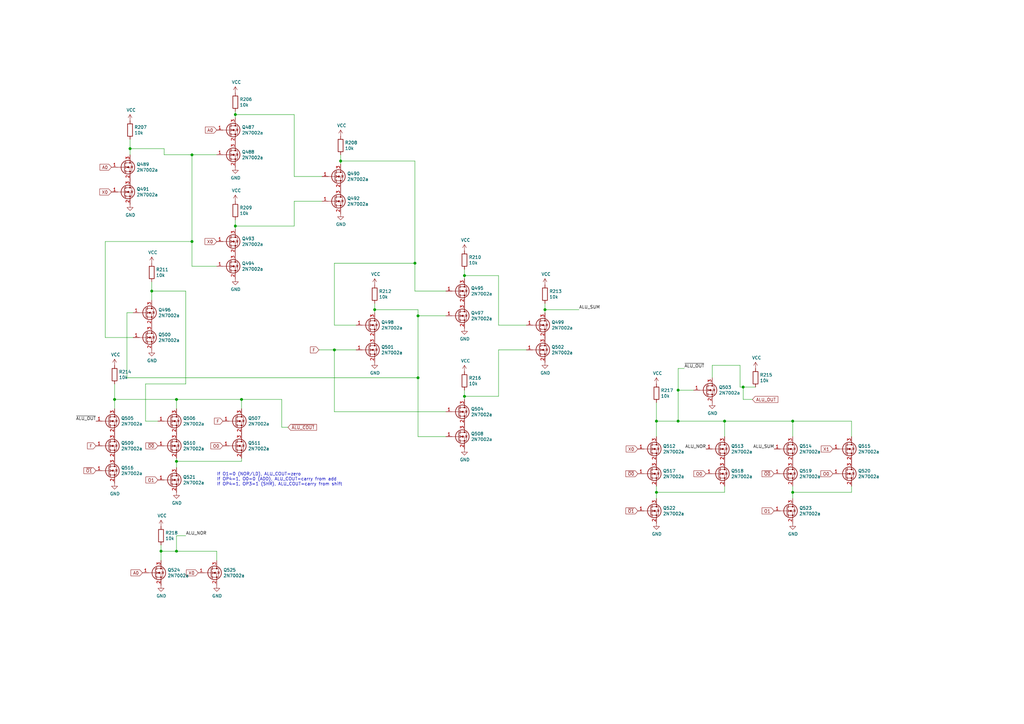
<source format=kicad_sch>
(kicad_sch (version 20210126) (generator eeschema)
  (paper "A3")
  (title_block (title "Q2 ALU") (date "2021-02-05") (rev "1") (company "joewing.net"))
  (lib_symbols
    (symbol "Device:R" (pin_numbers hide) (pin_names (offset 0))
      (property "Reference" "R" (at 2.032 0 90))
      (property "Value" "R" (at 0 0 90))
      (symbol "R_0_1"
        (rectangle (start -1.016 -2.54) (end 1.016 2.54) (stroke (width 0.254)))
      )
      (symbol "R_1_1"
        (pin passive line (at 0 3.81 270) (length 1.27) (name "~") (number "1"))
        (pin passive line (at 0 -3.81 90) (length 1.27) (name "~") (number "2"))
      )
    )
    (symbol "Transistor_FET:2N7002" (pin_names hide)
      (property "Reference" "Q" (at 5.08 1.905 0))
      (property "Value" "2N7002" (at 5.08 0 0))
      (symbol "2N7002_0_1"
        (circle (center 1.651 0) (radius 2.794) (stroke (width 0.254)))
        (circle (center 2.54 -1.778) (radius 0.254) (fill (type outline)))
        (circle (center 2.54 1.778) (radius 0.254) (fill (type outline)))
        (polyline (pts (xy 0.254 0) (xy -2.54 0)))
        (polyline (pts (xy 0.254 1.905) (xy 0.254 -1.905)) (stroke (width 0.254)))
        (polyline (pts (xy 0.762 -1.27) (xy 0.762 -2.286)) (stroke (width 0.254)))
        (polyline (pts (xy 0.762 0.508) (xy 0.762 -0.508)) (stroke (width 0.254)))
        (polyline (pts (xy 0.762 2.286) (xy 0.762 1.27)) (stroke (width 0.254)))
        (polyline (pts (xy 2.54 2.54) (xy 2.54 1.778)))
        (polyline (pts (xy 2.54 -2.54) (xy 2.54 0) (xy 0.762 0)))
        (polyline (pts (xy 0.762 -1.778) (xy 3.302 -1.778) (xy 3.302 1.778) (xy 0.762 1.778)))
        (polyline (pts (xy 1.016 0) (xy 2.032 0.381) (xy 2.032 -0.381) (xy 1.016 0)) (fill (type outline)))
        (polyline (pts (xy 2.794 0.508) (xy 2.921 0.381) (xy 3.683 0.381) (xy 3.81 0.254)))
        (polyline (pts (xy 3.302 0.381) (xy 2.921 -0.254) (xy 3.683 -0.254) (xy 3.302 0.381)))
      )
      (symbol "2N7002_1_1"
        (pin input line (at -5.08 0 0) (length 2.54) (name "G") (number "1"))
        (pin passive line (at 2.54 -5.08 90) (length 2.54) (name "S") (number "2"))
        (pin passive line (at 2.54 5.08 270) (length 2.54) (name "D") (number "3"))
      )
    )
    (symbol "power:GND" (power) (pin_names (offset 0))
      (property "Value" "GND" (at 0 -3.81 0))
      (symbol "GND_0_1"
        (polyline (pts (xy 0 0) (xy 0 -1.27) (xy 1.27 -1.27) (xy 0 -2.54) (xy -1.27 -1.27) (xy 0 -1.27)))
      )
      (symbol "GND_1_1"
        (pin power_in line (at 0 0 270) (length 0) hide (name "GND") (number "1"))
      )
    )
    (symbol "power:VCC" (power) (pin_names (offset 0))
      (property "Value" "VCC" (at 0 3.81 0))
      (symbol "VCC_0_1"
        (polyline (pts (xy -0.762 1.27) (xy 0 2.54)))
        (polyline (pts (xy 0 0) (xy 0 2.54)))
        (polyline (pts (xy 0 2.54) (xy 0.762 1.27)))
      )
      (symbol "VCC_1_1"
        (pin power_in line (at 0 0 90) (length 0) hide (name "VCC") (number "1"))
      )
    )
  )
  (junction (at 46.99 163.83) (diameter 1.016))
  (junction (at 53.34 60.96) (diameter 1.016))
  (junction (at 62.23 119.38) (diameter 1.016))
  (junction (at 66.04 226.06) (diameter 1.016))
  (junction (at 72.39 163.83) (diameter 1.016))
  (junction (at 72.39 189.23) (diameter 1.016))
  (junction (at 72.39 226.06) (diameter 1.016))
  (junction (at 78.74 63.5) (diameter 1.016))
  (junction (at 78.74 99.06) (diameter 1.016))
  (junction (at 96.52 46.99) (diameter 1.016))
  (junction (at 96.52 92.71) (diameter 1.016))
  (junction (at 99.06 163.83) (diameter 1.016))
  (junction (at 137.16 143.51) (diameter 1.016))
  (junction (at 139.7 66.04) (diameter 1.016))
  (junction (at 153.67 127) (diameter 1.016))
  (junction (at 170.18 107.95) (diameter 1.016))
  (junction (at 171.45 129.54) (diameter 1.016))
  (junction (at 171.45 154.94) (diameter 1.016))
  (junction (at 190.5 113.03) (diameter 1.016))
  (junction (at 190.5 162.56) (diameter 1.016))
  (junction (at 223.52 127) (diameter 1.016))
  (junction (at 269.24 172.72) (diameter 1.016))
  (junction (at 269.24 201.93) (diameter 1.016))
  (junction (at 278.13 160.02) (diameter 1.016))
  (junction (at 278.13 172.72) (diameter 1.016))
  (junction (at 297.18 172.72) (diameter 1.016))
  (junction (at 304.8 158.75) (diameter 1.016))
  (junction (at 325.12 172.72) (diameter 1.016))
  (junction (at 325.12 201.93) (diameter 1.016))
  (wire (pts (xy 43.18 99.06) (xy 43.18 138.43)))
  (wire (pts (xy 43.18 99.06) (xy 78.74 99.06)))
  (wire (pts (xy 43.18 138.43) (xy 54.61 138.43)))
  (wire (pts (xy 46.99 157.48) (xy 46.99 163.83)))
  (wire (pts (xy 46.99 163.83) (xy 46.99 167.64)))
  (wire (pts (xy 46.99 163.83) (xy 72.39 163.83)))
  (wire (pts (xy 52.07 128.27) (xy 52.07 154.94)))
  (wire (pts (xy 52.07 154.94) (xy 171.45 154.94)))
  (wire (pts (xy 53.34 57.15) (xy 53.34 60.96)))
  (wire (pts (xy 53.34 60.96) (xy 53.34 63.5)))
  (wire (pts (xy 53.34 60.96) (xy 67.31 60.96)))
  (wire (pts (xy 54.61 128.27) (xy 52.07 128.27)))
  (wire (pts (xy 59.69 157.48) (xy 59.69 172.72)))
  (wire (pts (xy 59.69 157.48) (xy 76.2 157.48)))
  (wire (pts (xy 59.69 172.72) (xy 64.77 172.72)))
  (wire (pts (xy 62.23 115.57) (xy 62.23 119.38)))
  (wire (pts (xy 62.23 119.38) (xy 62.23 123.19)))
  (wire (pts (xy 62.23 119.38) (xy 76.2 119.38)))
  (wire (pts (xy 66.04 223.52) (xy 66.04 226.06)))
  (wire (pts (xy 66.04 226.06) (xy 66.04 229.87)))
  (wire (pts (xy 66.04 226.06) (xy 72.39 226.06)))
  (wire (pts (xy 67.31 60.96) (xy 67.31 63.5)))
  (wire (pts (xy 67.31 63.5) (xy 78.74 63.5)))
  (wire (pts (xy 72.39 163.83) (xy 72.39 167.64)))
  (wire (pts (xy 72.39 163.83) (xy 99.06 163.83)))
  (wire (pts (xy 72.39 187.96) (xy 72.39 189.23)))
  (wire (pts (xy 72.39 189.23) (xy 72.39 191.77)))
  (wire (pts (xy 72.39 189.23) (xy 99.06 189.23)))
  (wire (pts (xy 72.39 219.71) (xy 72.39 226.06)))
  (wire (pts (xy 72.39 226.06) (xy 88.9 226.06)))
  (wire (pts (xy 76.2 119.38) (xy 76.2 157.48)))
  (wire (pts (xy 76.2 219.71) (xy 72.39 219.71)))
  (wire (pts (xy 78.74 63.5) (xy 88.9 63.5)))
  (wire (pts (xy 78.74 99.06) (xy 78.74 63.5)))
  (wire (pts (xy 78.74 99.06) (xy 78.74 109.22)))
  (wire (pts (xy 78.74 109.22) (xy 88.9 109.22)))
  (wire (pts (xy 88.9 226.06) (xy 88.9 229.87)))
  (wire (pts (xy 96.52 45.72) (xy 96.52 46.99)))
  (wire (pts (xy 96.52 46.99) (xy 96.52 48.26)))
  (wire (pts (xy 96.52 46.99) (xy 120.65 46.99)))
  (wire (pts (xy 96.52 90.17) (xy 96.52 92.71)))
  (wire (pts (xy 96.52 92.71) (xy 96.52 93.98)))
  (wire (pts (xy 96.52 92.71) (xy 120.65 92.71)))
  (wire (pts (xy 99.06 163.83) (xy 99.06 167.64)))
  (wire (pts (xy 99.06 163.83) (xy 115.57 163.83)))
  (wire (pts (xy 99.06 189.23) (xy 99.06 187.96)))
  (wire (pts (xy 115.57 163.83) (xy 115.57 175.26)))
  (wire (pts (xy 115.57 175.26) (xy 118.11 175.26)))
  (wire (pts (xy 120.65 46.99) (xy 120.65 72.39)))
  (wire (pts (xy 120.65 72.39) (xy 132.08 72.39)))
  (wire (pts (xy 120.65 82.55) (xy 132.08 82.55)))
  (wire (pts (xy 120.65 92.71) (xy 120.65 82.55)))
  (wire (pts (xy 130.81 143.51) (xy 137.16 143.51)))
  (wire (pts (xy 137.16 107.95) (xy 170.18 107.95)))
  (wire (pts (xy 137.16 133.35) (xy 137.16 107.95)))
  (wire (pts (xy 137.16 143.51) (xy 146.05 143.51)))
  (wire (pts (xy 137.16 168.91) (xy 137.16 143.51)))
  (wire (pts (xy 139.7 63.5) (xy 139.7 66.04)))
  (wire (pts (xy 139.7 66.04) (xy 139.7 67.31)))
  (wire (pts (xy 139.7 66.04) (xy 170.18 66.04)))
  (wire (pts (xy 146.05 133.35) (xy 137.16 133.35)))
  (wire (pts (xy 153.67 124.46) (xy 153.67 127)))
  (wire (pts (xy 153.67 127) (xy 153.67 128.27)))
  (wire (pts (xy 153.67 127) (xy 171.45 127)))
  (wire (pts (xy 170.18 66.04) (xy 170.18 107.95)))
  (wire (pts (xy 170.18 107.95) (xy 170.18 119.38)))
  (wire (pts (xy 170.18 119.38) (xy 182.88 119.38)))
  (wire (pts (xy 171.45 127) (xy 171.45 129.54)))
  (wire (pts (xy 171.45 129.54) (xy 171.45 154.94)))
  (wire (pts (xy 171.45 129.54) (xy 182.88 129.54)))
  (wire (pts (xy 171.45 154.94) (xy 171.45 179.07)))
  (wire (pts (xy 171.45 179.07) (xy 182.88 179.07)))
  (wire (pts (xy 182.88 168.91) (xy 137.16 168.91)))
  (wire (pts (xy 190.5 110.49) (xy 190.5 113.03)))
  (wire (pts (xy 190.5 113.03) (xy 190.5 114.3)))
  (wire (pts (xy 190.5 113.03) (xy 204.47 113.03)))
  (wire (pts (xy 190.5 160.02) (xy 190.5 162.56)))
  (wire (pts (xy 190.5 162.56) (xy 190.5 163.83)))
  (wire (pts (xy 190.5 162.56) (xy 204.47 162.56)))
  (wire (pts (xy 204.47 113.03) (xy 204.47 133.35)))
  (wire (pts (xy 204.47 133.35) (xy 215.9 133.35)))
  (wire (pts (xy 204.47 143.51) (xy 215.9 143.51)))
  (wire (pts (xy 204.47 162.56) (xy 204.47 143.51)))
  (wire (pts (xy 223.52 124.46) (xy 223.52 127)))
  (wire (pts (xy 223.52 127) (xy 223.52 128.27)))
  (wire (pts (xy 223.52 127) (xy 237.49 127)))
  (wire (pts (xy 269.24 165.1) (xy 269.24 172.72)))
  (wire (pts (xy 269.24 172.72) (xy 278.13 172.72)))
  (wire (pts (xy 269.24 179.07) (xy 269.24 172.72)))
  (wire (pts (xy 269.24 199.39) (xy 269.24 201.93)))
  (wire (pts (xy 269.24 201.93) (xy 269.24 204.47)))
  (wire (pts (xy 269.24 201.93) (xy 297.18 201.93)))
  (wire (pts (xy 278.13 151.13) (xy 280.67 151.13)))
  (wire (pts (xy 278.13 160.02) (xy 278.13 151.13)))
  (wire (pts (xy 278.13 160.02) (xy 278.13 172.72)))
  (wire (pts (xy 278.13 172.72) (xy 297.18 172.72)))
  (wire (pts (xy 284.48 160.02) (xy 278.13 160.02)))
  (wire (pts (xy 292.1 149.86) (xy 303.53 149.86)))
  (wire (pts (xy 292.1 154.94) (xy 292.1 149.86)))
  (wire (pts (xy 297.18 172.72) (xy 297.18 179.07)))
  (wire (pts (xy 297.18 172.72) (xy 325.12 172.72)))
  (wire (pts (xy 297.18 201.93) (xy 297.18 199.39)))
  (wire (pts (xy 303.53 149.86) (xy 303.53 158.75)))
  (wire (pts (xy 303.53 158.75) (xy 304.8 158.75)))
  (wire (pts (xy 304.8 158.75) (xy 304.8 163.83)))
  (wire (pts (xy 304.8 158.75) (xy 309.88 158.75)))
  (wire (pts (xy 304.8 163.83) (xy 308.61 163.83)))
  (wire (pts (xy 325.12 172.72) (xy 325.12 179.07)))
  (wire (pts (xy 325.12 172.72) (xy 349.25 172.72)))
  (wire (pts (xy 325.12 199.39) (xy 325.12 201.93)))
  (wire (pts (xy 325.12 201.93) (xy 325.12 204.47)))
  (wire (pts (xy 325.12 201.93) (xy 349.25 201.93)))
  (wire (pts (xy 349.25 172.72) (xy 349.25 179.07)))
  (wire (pts (xy 349.25 201.93) (xy 349.25 199.39)))
  (text "If O1=0 (NOR/LD), ALU_COUT=zero\nIf OP4=1, O0=0 (ADD), ALU_COUT=carry from add\nIf OP4=1, OP3=1 (SHR), ALU_COUT=carry from shift" (at 88.9 199.39 0) (effects (font (size 1.27 1.27)) (justify left bottom)))
  (label "~ALU_OUT" (at 39.37 172.72 180))
  (label "ALU_NOR" (at 76.2 219.71 0))
  (label "ALU_SUM" (at 237.49 127 0))
  (label "~ALU_OUT" (at 280.67 151.13 0))
  (label "ALU_NOR" (at 289.56 184.15 180))
  (label "ALU_SUM" (at 317.5 184.15 180))
  (global_label "F" (shape input) (at 39.37 182.88 180) (property "Intersheet References" "${INTERSHEET_REFS}" (effects hide)))
  (global_label "~O1" (shape input) (at 39.37 193.04 180) (property "Intersheet References" "${INTERSHEET_REFS}" (effects hide)))
  (global_label "A0" (shape input) (at 45.72 68.58 180) (property "Intersheet References" "${INTERSHEET_REFS}" (effects hide)))
  (global_label "X0" (shape input) (at 45.72 78.74 180) (property "Intersheet References" "${INTERSHEET_REFS}" (effects hide)))
  (global_label "A0" (shape input) (at 58.42 234.95 180) (property "Intersheet References" "${INTERSHEET_REFS}" (effects hide)))
  (global_label "~O0" (shape input) (at 64.77 182.88 180) (property "Intersheet References" "${INTERSHEET_REFS}" (effects hide)))
  (global_label "O1" (shape input) (at 64.77 196.85 180) (property "Intersheet References" "${INTERSHEET_REFS}" (effects hide)))
  (global_label "X0" (shape input) (at 81.28 234.95 180) (property "Intersheet References" "${INTERSHEET_REFS}" (effects hide)))
  (global_label "A0" (shape input) (at 88.9 53.34 180) (property "Intersheet References" "${INTERSHEET_REFS}" (effects hide)))
  (global_label "X0" (shape input) (at 88.9 99.06 180) (property "Intersheet References" "${INTERSHEET_REFS}" (effects hide)))
  (global_label "F" (shape input) (at 91.44 172.72 180) (property "Intersheet References" "${INTERSHEET_REFS}" (effects hide)))
  (global_label "O0" (shape input) (at 91.44 182.88 180) (property "Intersheet References" "${INTERSHEET_REFS}" (effects hide)))
  (global_label "~ALU_COUT" (shape input) (at 118.11 175.26 0) (property "Intersheet References" "${INTERSHEET_REFS}" (effects hide)))
  (global_label "F" (shape input) (at 130.81 143.51 180) (property "Intersheet References" "${INTERSHEET_REFS}" (effects hide)))
  (global_label "X0" (shape input) (at 261.62 184.15 180) (property "Intersheet References" "${INTERSHEET_REFS}" (effects hide)))
  (global_label "~O0" (shape input) (at 261.62 194.31 180) (property "Intersheet References" "${INTERSHEET_REFS}" (effects hide)))
  (global_label "~O1" (shape input) (at 261.62 209.55 180) (property "Intersheet References" "${INTERSHEET_REFS}" (effects hide)))
  (global_label "O0" (shape input) (at 289.56 194.31 180) (property "Intersheet References" "${INTERSHEET_REFS}" (effects hide)))
  (global_label "ALU_OUT" (shape input) (at 308.61 163.83 0) (property "Intersheet References" "${INTERSHEET_REFS}" (effects hide)))
  (global_label "~O0" (shape input) (at 317.5 194.31 180) (property "Intersheet References" "${INTERSHEET_REFS}" (effects hide)))
  (global_label "O1" (shape input) (at 317.5 209.55 180) (property "Intersheet References" "${INTERSHEET_REFS}" (effects hide)))
  (global_label "X1" (shape input) (at 341.63 184.15 180) (property "Intersheet References" "${INTERSHEET_REFS}" (effects hide)))
  (global_label "O0" (shape input) (at 341.63 194.31 180) (property "Intersheet References" "${INTERSHEET_REFS}" (effects hide)))
  (symbol (lib_id "power:VCC") (at 46.99 149.86 0) (unit 1)
    (property "Reference" "#PWR0451" (effects hide))
    (property "Value" "VCC" (at 47.4218 145.4658 0))
  )
  (symbol (lib_id "power:VCC") (at 53.34 49.53 0) (unit 1)
    (property "Reference" "#PWR0436" (effects hide))
    (property "Value" "VCC" (at 53.7718 45.1358 0))
  )
  (symbol (lib_id "power:VCC") (at 62.23 107.95 0) (unit 1)
    (property "Reference" "#PWR0443" (effects hide))
    (property "Value" "VCC" (at 62.6618 103.5558 0))
  )
  (symbol (lib_id "power:VCC") (at 66.04 215.9 0) (unit 1)
    (property "Reference" "#PWR0461" (effects hide))
    (property "Value" "VCC" (at 66.4718 211.5058 0))
  )
  (symbol (lib_id "power:VCC") (at 96.52 38.1 0) (unit 1)
    (property "Reference" "#PWR0435" (effects hide))
    (property "Value" "VCC" (at 96.9518 33.7058 0))
  )
  (symbol (lib_id "power:VCC") (at 96.52 82.55 0) (unit 1)
    (property "Reference" "#PWR0439" (effects hide))
    (property "Value" "VCC" (at 96.9518 78.1558 0))
  )
  (symbol (lib_id "power:VCC") (at 139.7 55.88 0) (unit 1)
    (property "Reference" "#PWR0437" (effects hide))
    (property "Value" "VCC" (at 140.1318 51.4858 0))
  )
  (symbol (lib_id "power:VCC") (at 153.67 116.84 0) (unit 1)
    (property "Reference" "#PWR0445" (effects hide))
    (property "Value" "VCC" (at 154.1018 112.4458 0))
  )
  (symbol (lib_id "power:VCC") (at 190.5 102.87 0) (unit 1)
    (property "Reference" "#PWR0442" (effects hide))
    (property "Value" "VCC" (at 190.9318 98.4758 0))
  )
  (symbol (lib_id "power:VCC") (at 190.5 152.4 0) (unit 1)
    (property "Reference" "#PWR0453" (effects hide))
    (property "Value" "VCC" (at 190.9318 148.0058 0))
  )
  (symbol (lib_id "power:VCC") (at 223.52 116.84 0) (unit 1)
    (property "Reference" "#PWR0446" (effects hide))
    (property "Value" "VCC" (at 223.9518 112.4458 0))
  )
  (symbol (lib_id "power:VCC") (at 269.24 157.48 0) (unit 1)
    (property "Reference" "#PWR0454" (effects hide))
    (property "Value" "VCC" (at 269.6718 153.0858 0))
  )
  (symbol (lib_id "power:VCC") (at 309.88 151.13 0) (unit 1)
    (property "Reference" "#PWR0452" (effects hide))
    (property "Value" "VCC" (at 310.3118 146.7358 0))
  )
  (symbol (lib_id "power:GND") (at 46.99 198.12 0) (unit 1)
    (property "Reference" "#PWR0457" (effects hide))
    (property "Value" "GND" (at 47.117 202.5142 0))
  )
  (symbol (lib_id "power:GND") (at 53.34 83.82 0) (unit 1)
    (property "Reference" "#PWR0440" (effects hide))
    (property "Value" "GND" (at 53.467 88.2142 0))
  )
  (symbol (lib_id "power:GND") (at 62.23 143.51 0) (unit 1)
    (property "Reference" "#PWR0448" (effects hide))
    (property "Value" "GND" (at 62.357 147.9042 0))
  )
  (symbol (lib_id "power:GND") (at 66.04 240.03 0) (unit 1)
    (property "Reference" "#PWR0462" (effects hide))
    (property "Value" "GND" (at 66.167 244.4242 0))
  )
  (symbol (lib_id "power:GND") (at 72.39 201.93 0) (unit 1)
    (property "Reference" "#PWR0458" (effects hide))
    (property "Value" "GND" (at 72.517 206.3242 0))
  )
  (symbol (lib_id "power:GND") (at 88.9 240.03 0) (unit 1)
    (property "Reference" "#PWR0463" (effects hide))
    (property "Value" "GND" (at 89.027 244.4242 0))
  )
  (symbol (lib_id "power:GND") (at 96.52 68.58 0) (unit 1)
    (property "Reference" "#PWR0438" (effects hide))
    (property "Value" "GND" (at 96.647 72.9742 0))
  )
  (symbol (lib_id "power:GND") (at 96.52 114.3 0) (unit 1)
    (property "Reference" "#PWR0444" (effects hide))
    (property "Value" "GND" (at 96.647 118.6942 0))
  )
  (symbol (lib_id "power:GND") (at 139.7 87.63 0) (unit 1)
    (property "Reference" "#PWR0441" (effects hide))
    (property "Value" "GND" (at 139.827 92.0242 0))
  )
  (symbol (lib_id "power:GND") (at 153.67 148.59 0) (unit 1)
    (property "Reference" "#PWR0449" (effects hide))
    (property "Value" "GND" (at 153.797 152.9842 0))
  )
  (symbol (lib_id "power:GND") (at 190.5 134.62 0) (unit 1)
    (property "Reference" "#PWR0447" (effects hide))
    (property "Value" "GND" (at 190.627 139.0142 0))
  )
  (symbol (lib_id "power:GND") (at 190.5 184.15 0) (unit 1)
    (property "Reference" "#PWR0456" (effects hide))
    (property "Value" "GND" (at 190.627 188.5442 0))
  )
  (symbol (lib_id "power:GND") (at 223.52 148.59 0) (unit 1)
    (property "Reference" "#PWR0450" (effects hide))
    (property "Value" "GND" (at 223.647 152.9842 0))
  )
  (symbol (lib_id "power:GND") (at 269.24 214.63 0) (unit 1)
    (property "Reference" "#PWR0459" (effects hide))
    (property "Value" "GND" (at 269.367 219.0242 0))
  )
  (symbol (lib_id "power:GND") (at 292.1 165.1 0) (unit 1)
    (property "Reference" "#PWR0455" (effects hide))
    (property "Value" "GND" (at 292.227 169.4942 0))
  )
  (symbol (lib_id "power:GND") (at 325.12 214.63 0) (unit 1)
    (property "Reference" "#PWR0460" (effects hide))
    (property "Value" "GND" (at 325.247 219.0242 0))
  )
  (symbol (lib_id "Device:R") (at 46.99 153.67 0) (unit 1)
    (property "Reference" "R214" (at 48.768 152.5016 0) (effects (justify left)))
    (property "Value" "10k" (at 48.768 154.813 0) (effects (justify left)))
    (property "Footprint" "Resistor_SMD:R_0805_2012Metric" (effects hide))
    (property "LCSC" "C17414" (effects hide))
  )
  (symbol (lib_id "Device:R") (at 53.34 53.34 0) (unit 1)
    (property "Reference" "R207" (at 55.118 52.1716 0) (effects (justify left)))
    (property "Value" "10k" (at 55.118 54.483 0) (effects (justify left)))
    (property "Footprint" "Resistor_SMD:R_0805_2012Metric" (effects hide))
    (property "LCSC" "C17414" (effects hide))
  )
  (symbol (lib_id "Device:R") (at 62.23 111.76 0) (unit 1)
    (property "Reference" "R211" (at 64.008 110.5916 0) (effects (justify left)))
    (property "Value" "10k" (at 64.008 112.903 0) (effects (justify left)))
    (property "Footprint" "Resistor_SMD:R_0805_2012Metric" (effects hide))
    (property "LCSC" "C17414" (effects hide))
  )
  (symbol (lib_id "Device:R") (at 66.04 219.71 0) (unit 1)
    (property "Reference" "R218" (at 67.818 218.5416 0) (effects (justify left)))
    (property "Value" "10k" (at 67.818 220.853 0) (effects (justify left)))
    (property "Footprint" "Resistor_SMD:R_0805_2012Metric" (effects hide))
    (property "LCSC" "C17414" (effects hide))
  )
  (symbol (lib_id "Device:R") (at 96.52 41.91 0) (unit 1)
    (property "Reference" "R206" (at 98.298 40.7416 0) (effects (justify left)))
    (property "Value" "10k" (at 98.298 43.053 0) (effects (justify left)))
    (property "Footprint" "Resistor_SMD:R_0805_2012Metric" (effects hide))
    (property "LCSC" "C17414" (effects hide))
  )
  (symbol (lib_id "Device:R") (at 96.52 86.36 0) (unit 1)
    (property "Reference" "R209" (at 98.298 85.1916 0) (effects (justify left)))
    (property "Value" "10k" (at 98.298 87.503 0) (effects (justify left)))
    (property "Footprint" "Resistor_SMD:R_0805_2012Metric" (effects hide))
    (property "LCSC" "C17414" (effects hide))
  )
  (symbol (lib_id "Device:R") (at 139.7 59.69 0) (unit 1)
    (property "Reference" "R208" (at 141.478 58.5216 0) (effects (justify left)))
    (property "Value" "10k" (at 141.478 60.833 0) (effects (justify left)))
    (property "Footprint" "Resistor_SMD:R_0805_2012Metric" (effects hide))
    (property "LCSC" "C17414" (effects hide))
  )
  (symbol (lib_id "Device:R") (at 153.67 120.65 0) (unit 1)
    (property "Reference" "R212" (at 155.448 119.4816 0) (effects (justify left)))
    (property "Value" "10k" (at 155.448 121.793 0) (effects (justify left)))
    (property "Footprint" "Resistor_SMD:R_0805_2012Metric" (effects hide))
    (property "LCSC" "C17414" (effects hide))
  )
  (symbol (lib_id "Device:R") (at 190.5 106.68 0) (unit 1)
    (property "Reference" "R210" (at 192.278 105.5116 0) (effects (justify left)))
    (property "Value" "10k" (at 192.278 107.823 0) (effects (justify left)))
    (property "Footprint" "Resistor_SMD:R_0805_2012Metric" (effects hide))
    (property "LCSC" "C17414" (effects hide))
  )
  (symbol (lib_id "Device:R") (at 190.5 156.21 0) (unit 1)
    (property "Reference" "R216" (at 192.278 155.0416 0) (effects (justify left)))
    (property "Value" "10k" (at 192.278 157.353 0) (effects (justify left)))
    (property "Footprint" "Resistor_SMD:R_0805_2012Metric" (effects hide))
    (property "LCSC" "C17414" (effects hide))
  )
  (symbol (lib_id "Device:R") (at 223.52 120.65 0) (unit 1)
    (property "Reference" "R213" (at 225.298 119.4816 0) (effects (justify left)))
    (property "Value" "10k" (at 225.298 121.793 0) (effects (justify left)))
    (property "Footprint" "Resistor_SMD:R_0805_2012Metric" (effects hide))
    (property "LCSC" "C17414" (effects hide))
  )
  (symbol (lib_id "Device:R") (at 269.24 161.29 0) (unit 1)
    (property "Reference" "R217" (at 271.018 160.1216 0) (effects (justify left)))
    (property "Value" "10k" (at 271.018 162.433 0) (effects (justify left)))
    (property "Footprint" "Resistor_SMD:R_0805_2012Metric" (effects hide))
    (property "LCSC" "C17414" (effects hide))
  )
  (symbol (lib_id "Device:R") (at 309.88 154.94 0) (unit 1)
    (property "Reference" "R215" (at 311.658 153.7716 0) (effects (justify left)))
    (property "Value" "10k" (at 311.658 156.083 0) (effects (justify left)))
    (property "Footprint" "Resistor_SMD:R_0805_2012Metric" (effects hide))
    (property "LCSC" "C17414" (effects hide))
  )
  (symbol (lib_id "Transistor_FET:2N7002") (at 44.45 172.72 0) (unit 1)
    (property "Reference" "Q505" (at 49.6824 171.5516 0) (effects (justify left)))
    (property "Value" "2N7002a" (at 49.6824 173.863 0) (effects (justify left)))
    (property "Footprint" "Package_TO_SOT_SMD:SOT-23" (effects hide))
    (property "Datasheet" "https://www.fairchildsemi.com/datasheets/2N/2N7002.pdf" (effects hide))
    (property "LCSC" "C8545" (effects hide))
  )
  (symbol (lib_id "Transistor_FET:2N7002") (at 44.45 182.88 0) (unit 1)
    (property "Reference" "Q509" (at 49.6824 181.7116 0) (effects (justify left)))
    (property "Value" "2N7002a" (at 49.6824 184.023 0) (effects (justify left)))
    (property "Footprint" "Package_TO_SOT_SMD:SOT-23" (effects hide))
    (property "Datasheet" "https://www.fairchildsemi.com/datasheets/2N/2N7002.pdf" (effects hide))
    (property "LCSC" "C8545" (effects hide))
  )
  (symbol (lib_id "Transistor_FET:2N7002") (at 44.45 193.04 0) (unit 1)
    (property "Reference" "Q516" (at 49.6824 191.8716 0) (effects (justify left)))
    (property "Value" "2N7002a" (at 49.6824 194.183 0) (effects (justify left)))
    (property "Footprint" "Package_TO_SOT_SMD:SOT-23" (effects hide))
    (property "Datasheet" "https://www.fairchildsemi.com/datasheets/2N/2N7002.pdf" (effects hide))
    (property "LCSC" "C8545" (effects hide))
  )
  (symbol (lib_id "Transistor_FET:2N7002") (at 50.8 68.58 0) (unit 1)
    (property "Reference" "Q489" (at 56.0324 67.4116 0) (effects (justify left)))
    (property "Value" "2N7002a" (at 56.0324 69.723 0) (effects (justify left)))
    (property "Footprint" "Package_TO_SOT_SMD:SOT-23" (effects hide))
    (property "Datasheet" "https://www.fairchildsemi.com/datasheets/2N/2N7002.pdf" (effects hide))
    (property "LCSC" "C8545" (effects hide))
  )
  (symbol (lib_id "Transistor_FET:2N7002") (at 50.8 78.74 0) (unit 1)
    (property "Reference" "Q491" (at 56.0324 77.5716 0) (effects (justify left)))
    (property "Value" "2N7002a" (at 56.0324 79.883 0) (effects (justify left)))
    (property "Footprint" "Package_TO_SOT_SMD:SOT-23" (effects hide))
    (property "Datasheet" "https://www.fairchildsemi.com/datasheets/2N/2N7002.pdf" (effects hide))
    (property "LCSC" "C8545" (effects hide))
  )
  (symbol (lib_id "Transistor_FET:2N7002") (at 59.69 128.27 0) (unit 1)
    (property "Reference" "Q496" (at 64.9224 127.1016 0) (effects (justify left)))
    (property "Value" "2N7002a" (at 64.9224 129.413 0) (effects (justify left)))
    (property "Footprint" "Package_TO_SOT_SMD:SOT-23" (effects hide))
    (property "Datasheet" "https://www.fairchildsemi.com/datasheets/2N/2N7002.pdf" (effects hide))
    (property "LCSC" "C8545" (effects hide))
  )
  (symbol (lib_id "Transistor_FET:2N7002") (at 59.69 138.43 0) (unit 1)
    (property "Reference" "Q500" (at 64.9224 137.2616 0) (effects (justify left)))
    (property "Value" "2N7002a" (at 64.9224 139.573 0) (effects (justify left)))
    (property "Footprint" "Package_TO_SOT_SMD:SOT-23" (effects hide))
    (property "Datasheet" "https://www.fairchildsemi.com/datasheets/2N/2N7002.pdf" (effects hide))
    (property "LCSC" "C8545" (effects hide))
  )
  (symbol (lib_id "Transistor_FET:2N7002") (at 63.5 234.95 0) (unit 1)
    (property "Reference" "Q524" (at 68.7324 233.7816 0) (effects (justify left)))
    (property "Value" "2N7002a" (at 68.7324 236.093 0) (effects (justify left)))
    (property "Footprint" "Package_TO_SOT_SMD:SOT-23" (effects hide))
    (property "Datasheet" "https://www.fairchildsemi.com/datasheets/2N/2N7002.pdf" (effects hide))
    (property "LCSC" "C8545" (effects hide))
  )
  (symbol (lib_id "Transistor_FET:2N7002") (at 69.85 172.72 0) (unit 1)
    (property "Reference" "Q506" (at 75.0824 171.5516 0) (effects (justify left)))
    (property "Value" "2N7002a" (at 75.0824 173.863 0) (effects (justify left)))
    (property "Footprint" "Package_TO_SOT_SMD:SOT-23" (effects hide))
    (property "Datasheet" "https://www.fairchildsemi.com/datasheets/2N/2N7002.pdf" (effects hide))
    (property "LCSC" "C8545" (effects hide))
  )
  (symbol (lib_id "Transistor_FET:2N7002") (at 69.85 182.88 0) (unit 1)
    (property "Reference" "Q510" (at 75.0824 181.7116 0) (effects (justify left)))
    (property "Value" "2N7002a" (at 75.0824 184.023 0) (effects (justify left)))
    (property "Footprint" "Package_TO_SOT_SMD:SOT-23" (effects hide))
    (property "Datasheet" "https://www.fairchildsemi.com/datasheets/2N/2N7002.pdf" (effects hide))
    (property "LCSC" "C8545" (effects hide))
  )
  (symbol (lib_id "Transistor_FET:2N7002") (at 69.85 196.85 0) (unit 1)
    (property "Reference" "Q521" (at 75.0824 195.6816 0) (effects (justify left)))
    (property "Value" "2N7002a" (at 75.0824 197.993 0) (effects (justify left)))
    (property "Footprint" "Package_TO_SOT_SMD:SOT-23" (effects hide))
    (property "Datasheet" "https://www.fairchildsemi.com/datasheets/2N/2N7002.pdf" (effects hide))
    (property "LCSC" "C8545" (effects hide))
  )
  (symbol (lib_id "Transistor_FET:2N7002") (at 86.36 234.95 0) (unit 1)
    (property "Reference" "Q525" (at 91.5924 233.7816 0) (effects (justify left)))
    (property "Value" "2N7002a" (at 91.5924 236.093 0) (effects (justify left)))
    (property "Footprint" "Package_TO_SOT_SMD:SOT-23" (effects hide))
    (property "Datasheet" "https://www.fairchildsemi.com/datasheets/2N/2N7002.pdf" (effects hide))
    (property "LCSC" "C8545" (effects hide))
  )
  (symbol (lib_id "Transistor_FET:2N7002") (at 93.98 53.34 0) (unit 1)
    (property "Reference" "Q487" (at 99.2124 52.1716 0) (effects (justify left)))
    (property "Value" "2N7002a" (at 99.2124 54.483 0) (effects (justify left)))
    (property "Footprint" "Package_TO_SOT_SMD:SOT-23" (effects hide))
    (property "Datasheet" "https://www.fairchildsemi.com/datasheets/2N/2N7002.pdf" (effects hide))
    (property "LCSC" "C8545" (effects hide))
  )
  (symbol (lib_id "Transistor_FET:2N7002") (at 93.98 63.5 0) (unit 1)
    (property "Reference" "Q488" (at 99.2124 62.3316 0) (effects (justify left)))
    (property "Value" "2N7002a" (at 99.2124 64.643 0) (effects (justify left)))
    (property "Footprint" "Package_TO_SOT_SMD:SOT-23" (effects hide))
    (property "Datasheet" "https://www.fairchildsemi.com/datasheets/2N/2N7002.pdf" (effects hide))
    (property "LCSC" "C8545" (effects hide))
  )
  (symbol (lib_id "Transistor_FET:2N7002") (at 93.98 99.06 0) (unit 1)
    (property "Reference" "Q493" (at 99.2124 97.8916 0) (effects (justify left)))
    (property "Value" "2N7002a" (at 99.2124 100.203 0) (effects (justify left)))
    (property "Footprint" "Package_TO_SOT_SMD:SOT-23" (effects hide))
    (property "Datasheet" "https://www.fairchildsemi.com/datasheets/2N/2N7002.pdf" (effects hide))
    (property "LCSC" "C8545" (effects hide))
  )
  (symbol (lib_id "Transistor_FET:2N7002") (at 93.98 109.22 0) (unit 1)
    (property "Reference" "Q494" (at 99.2124 108.0516 0) (effects (justify left)))
    (property "Value" "2N7002a" (at 99.2124 110.363 0) (effects (justify left)))
    (property "Footprint" "Package_TO_SOT_SMD:SOT-23" (effects hide))
    (property "Datasheet" "https://www.fairchildsemi.com/datasheets/2N/2N7002.pdf" (effects hide))
    (property "LCSC" "C8545" (effects hide))
  )
  (symbol (lib_id "Transistor_FET:2N7002") (at 96.52 172.72 0) (unit 1)
    (property "Reference" "Q507" (at 101.7524 171.5516 0) (effects (justify left)))
    (property "Value" "2N7002a" (at 101.7524 173.863 0) (effects (justify left)))
    (property "Footprint" "Package_TO_SOT_SMD:SOT-23" (effects hide))
    (property "Datasheet" "https://www.fairchildsemi.com/datasheets/2N/2N7002.pdf" (effects hide))
    (property "LCSC" "C8545" (effects hide))
  )
  (symbol (lib_id "Transistor_FET:2N7002") (at 96.52 182.88 0) (unit 1)
    (property "Reference" "Q511" (at 101.7524 181.7116 0) (effects (justify left)))
    (property "Value" "2N7002a" (at 101.7524 184.023 0) (effects (justify left)))
    (property "Footprint" "Package_TO_SOT_SMD:SOT-23" (effects hide))
    (property "Datasheet" "https://www.fairchildsemi.com/datasheets/2N/2N7002.pdf" (effects hide))
    (property "LCSC" "C8545" (effects hide))
  )
  (symbol (lib_id "Transistor_FET:2N7002") (at 137.16 72.39 0) (unit 1)
    (property "Reference" "Q490" (at 142.3924 71.2216 0) (effects (justify left)))
    (property "Value" "2N7002a" (at 142.3924 73.533 0) (effects (justify left)))
    (property "Footprint" "Package_TO_SOT_SMD:SOT-23" (effects hide))
    (property "Datasheet" "https://www.fairchildsemi.com/datasheets/2N/2N7002.pdf" (effects hide))
    (property "LCSC" "C8545" (effects hide))
  )
  (symbol (lib_id "Transistor_FET:2N7002") (at 137.16 82.55 0) (unit 1)
    (property "Reference" "Q492" (at 142.3924 81.3816 0) (effects (justify left)))
    (property "Value" "2N7002a" (at 142.3924 83.693 0) (effects (justify left)))
    (property "Footprint" "Package_TO_SOT_SMD:SOT-23" (effects hide))
    (property "Datasheet" "https://www.fairchildsemi.com/datasheets/2N/2N7002.pdf" (effects hide))
    (property "LCSC" "C8545" (effects hide))
  )
  (symbol (lib_id "Transistor_FET:2N7002") (at 151.13 133.35 0) (unit 1)
    (property "Reference" "Q498" (at 156.3624 132.1816 0) (effects (justify left)))
    (property "Value" "2N7002a" (at 156.3624 134.493 0) (effects (justify left)))
    (property "Footprint" "Package_TO_SOT_SMD:SOT-23" (effects hide))
    (property "Datasheet" "https://www.fairchildsemi.com/datasheets/2N/2N7002.pdf" (effects hide))
    (property "LCSC" "C8545" (effects hide))
  )
  (symbol (lib_id "Transistor_FET:2N7002") (at 151.13 143.51 0) (unit 1)
    (property "Reference" "Q501" (at 156.3624 142.3416 0) (effects (justify left)))
    (property "Value" "2N7002a" (at 156.3624 144.653 0) (effects (justify left)))
    (property "Footprint" "Package_TO_SOT_SMD:SOT-23" (effects hide))
    (property "Datasheet" "https://www.fairchildsemi.com/datasheets/2N/2N7002.pdf" (effects hide))
    (property "LCSC" "C8545" (effects hide))
  )
  (symbol (lib_id "Transistor_FET:2N7002") (at 187.96 119.38 0) (unit 1)
    (property "Reference" "Q495" (at 193.1924 118.2116 0) (effects (justify left)))
    (property "Value" "2N7002a" (at 193.1924 120.523 0) (effects (justify left)))
    (property "Footprint" "Package_TO_SOT_SMD:SOT-23" (effects hide))
    (property "Datasheet" "https://www.fairchildsemi.com/datasheets/2N/2N7002.pdf" (effects hide))
    (property "LCSC" "C8545" (effects hide))
  )
  (symbol (lib_id "Transistor_FET:2N7002") (at 187.96 129.54 0) (unit 1)
    (property "Reference" "Q497" (at 193.1924 128.3716 0) (effects (justify left)))
    (property "Value" "2N7002a" (at 193.1924 130.683 0) (effects (justify left)))
    (property "Footprint" "Package_TO_SOT_SMD:SOT-23" (effects hide))
    (property "Datasheet" "https://www.fairchildsemi.com/datasheets/2N/2N7002.pdf" (effects hide))
    (property "LCSC" "C8545" (effects hide))
  )
  (symbol (lib_id "Transistor_FET:2N7002") (at 187.96 168.91 0) (unit 1)
    (property "Reference" "Q504" (at 193.1924 167.7416 0) (effects (justify left)))
    (property "Value" "2N7002a" (at 193.1924 170.053 0) (effects (justify left)))
    (property "Footprint" "Package_TO_SOT_SMD:SOT-23" (effects hide))
    (property "Datasheet" "https://www.fairchildsemi.com/datasheets/2N/2N7002.pdf" (effects hide))
    (property "LCSC" "C8545" (effects hide))
  )
  (symbol (lib_id "Transistor_FET:2N7002") (at 187.96 179.07 0) (unit 1)
    (property "Reference" "Q508" (at 193.1924 177.9016 0) (effects (justify left)))
    (property "Value" "2N7002a" (at 193.1924 180.213 0) (effects (justify left)))
    (property "Footprint" "Package_TO_SOT_SMD:SOT-23" (effects hide))
    (property "Datasheet" "https://www.fairchildsemi.com/datasheets/2N/2N7002.pdf" (effects hide))
    (property "LCSC" "C8545" (effects hide))
  )
  (symbol (lib_id "Transistor_FET:2N7002") (at 220.98 133.35 0) (unit 1)
    (property "Reference" "Q499" (at 226.2124 132.1816 0) (effects (justify left)))
    (property "Value" "2N7002a" (at 226.2124 134.493 0) (effects (justify left)))
    (property "Footprint" "Package_TO_SOT_SMD:SOT-23" (effects hide))
    (property "Datasheet" "https://www.fairchildsemi.com/datasheets/2N/2N7002.pdf" (effects hide))
    (property "LCSC" "C8545" (effects hide))
  )
  (symbol (lib_id "Transistor_FET:2N7002") (at 220.98 143.51 0) (unit 1)
    (property "Reference" "Q502" (at 226.2124 142.3416 0) (effects (justify left)))
    (property "Value" "2N7002a" (at 226.2124 144.653 0) (effects (justify left)))
    (property "Footprint" "Package_TO_SOT_SMD:SOT-23" (effects hide))
    (property "Datasheet" "https://www.fairchildsemi.com/datasheets/2N/2N7002.pdf" (effects hide))
    (property "LCSC" "C8545" (effects hide))
  )
  (symbol (lib_id "Transistor_FET:2N7002") (at 266.7 184.15 0) (unit 1)
    (property "Reference" "Q512" (at 271.9324 182.9816 0) (effects (justify left)))
    (property "Value" "2N7002a" (at 271.9324 185.293 0) (effects (justify left)))
    (property "Footprint" "Package_TO_SOT_SMD:SOT-23" (effects hide))
    (property "Datasheet" "https://www.fairchildsemi.com/datasheets/2N/2N7002.pdf" (effects hide))
    (property "LCSC" "C8545" (effects hide))
  )
  (symbol (lib_id "Transistor_FET:2N7002") (at 266.7 194.31 0) (unit 1)
    (property "Reference" "Q517" (at 271.9324 193.1416 0) (effects (justify left)))
    (property "Value" "2N7002a" (at 271.9324 195.453 0) (effects (justify left)))
    (property "Footprint" "Package_TO_SOT_SMD:SOT-23" (effects hide))
    (property "Datasheet" "https://www.fairchildsemi.com/datasheets/2N/2N7002.pdf" (effects hide))
    (property "LCSC" "C8545" (effects hide))
  )
  (symbol (lib_id "Transistor_FET:2N7002") (at 266.7 209.55 0) (unit 1)
    (property "Reference" "Q522" (at 271.9324 208.3816 0) (effects (justify left)))
    (property "Value" "2N7002a" (at 271.9324 210.693 0) (effects (justify left)))
    (property "Footprint" "Package_TO_SOT_SMD:SOT-23" (effects hide))
    (property "Datasheet" "https://www.fairchildsemi.com/datasheets/2N/2N7002.pdf" (effects hide))
    (property "LCSC" "C8545" (effects hide))
  )
  (symbol (lib_id "Transistor_FET:2N7002") (at 289.56 160.02 0) (unit 1)
    (property "Reference" "Q503" (at 294.7924 158.8516 0) (effects (justify left)))
    (property "Value" "2N7002a" (at 294.7924 161.163 0) (effects (justify left)))
    (property "Footprint" "Package_TO_SOT_SMD:SOT-23" (effects hide))
    (property "Datasheet" "https://www.fairchildsemi.com/datasheets/2N/2N7002.pdf" (effects hide))
    (property "LCSC" "C8545" (effects hide))
  )
  (symbol (lib_id "Transistor_FET:2N7002") (at 294.64 184.15 0) (unit 1)
    (property "Reference" "Q513" (at 299.8724 182.9816 0) (effects (justify left)))
    (property "Value" "2N7002a" (at 299.8724 185.293 0) (effects (justify left)))
    (property "Footprint" "Package_TO_SOT_SMD:SOT-23" (effects hide))
    (property "Datasheet" "https://www.fairchildsemi.com/datasheets/2N/2N7002.pdf" (effects hide))
    (property "LCSC" "C8545" (effects hide))
  )
  (symbol (lib_id "Transistor_FET:2N7002") (at 294.64 194.31 0) (unit 1)
    (property "Reference" "Q518" (at 299.8724 193.1416 0) (effects (justify left)))
    (property "Value" "2N7002a" (at 299.8724 195.453 0) (effects (justify left)))
    (property "Footprint" "Package_TO_SOT_SMD:SOT-23" (effects hide))
    (property "Datasheet" "https://www.fairchildsemi.com/datasheets/2N/2N7002.pdf" (effects hide))
    (property "LCSC" "C8545" (effects hide))
  )
  (symbol (lib_id "Transistor_FET:2N7002") (at 322.58 184.15 0) (unit 1)
    (property "Reference" "Q514" (at 327.8124 182.9816 0) (effects (justify left)))
    (property "Value" "2N7002a" (at 327.8124 185.293 0) (effects (justify left)))
    (property "Footprint" "Package_TO_SOT_SMD:SOT-23" (effects hide))
    (property "Datasheet" "https://www.fairchildsemi.com/datasheets/2N/2N7002.pdf" (effects hide))
    (property "LCSC" "C8545" (effects hide))
  )
  (symbol (lib_id "Transistor_FET:2N7002") (at 322.58 194.31 0) (unit 1)
    (property "Reference" "Q519" (at 327.8124 193.1416 0) (effects (justify left)))
    (property "Value" "2N7002a" (at 327.8124 195.453 0) (effects (justify left)))
    (property "Footprint" "Package_TO_SOT_SMD:SOT-23" (effects hide))
    (property "Datasheet" "https://www.fairchildsemi.com/datasheets/2N/2N7002.pdf" (effects hide))
    (property "LCSC" "C8545" (effects hide))
  )
  (symbol (lib_id "Transistor_FET:2N7002") (at 322.58 209.55 0) (unit 1)
    (property "Reference" "Q523" (at 327.8124 208.3816 0) (effects (justify left)))
    (property "Value" "2N7002a" (at 327.8124 210.693 0) (effects (justify left)))
    (property "Footprint" "Package_TO_SOT_SMD:SOT-23" (effects hide))
    (property "Datasheet" "https://www.fairchildsemi.com/datasheets/2N/2N7002.pdf" (effects hide))
    (property "LCSC" "C8545" (effects hide))
  )
  (symbol (lib_id "Transistor_FET:2N7002") (at 346.71 184.15 0) (unit 1)
    (property "Reference" "Q515" (at 351.9424 182.9816 0) (effects (justify left)))
    (property "Value" "2N7002a" (at 351.9424 185.293 0) (effects (justify left)))
    (property "Footprint" "Package_TO_SOT_SMD:SOT-23" (effects hide))
    (property "Datasheet" "https://www.fairchildsemi.com/datasheets/2N/2N7002.pdf" (effects hide))
    (property "LCSC" "C8545" (effects hide))
  )
  (symbol (lib_id "Transistor_FET:2N7002") (at 346.71 194.31 0) (unit 1)
    (property "Reference" "Q520" (at 351.9424 193.1416 0) (effects (justify left)))
    (property "Value" "2N7002a" (at 351.9424 195.453 0) (effects (justify left)))
    (property "Footprint" "Package_TO_SOT_SMD:SOT-23" (effects hide))
    (property "Datasheet" "https://www.fairchildsemi.com/datasheets/2N/2N7002.pdf" (effects hide))
    (property "LCSC" "C8545" (effects hide))
  )
)
</source>
